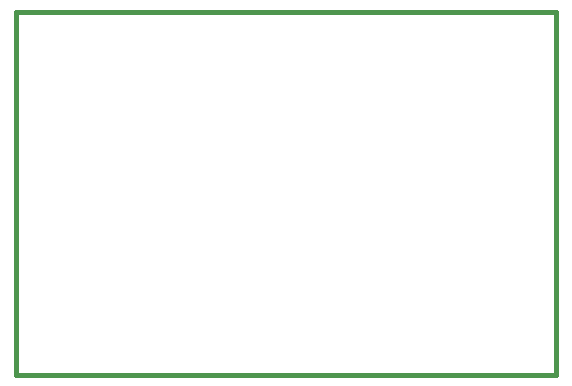
<source format=gbr>
G04 (created by PCBNEW (2011-nov-30)-testing) date Wed 12 Sep 2012 01:04:55 AM CST*
%MOIN*%
G04 Gerber Fmt 3.4, Leading zero omitted, Abs format*
%FSLAX34Y34*%
G01*
G70*
G90*
G04 APERTURE LIST*
%ADD10C,0.006*%
%ADD11C,0.015*%
G04 APERTURE END LIST*
G54D10*
G54D11*
X19500Y-16800D02*
X19500Y-28900D01*
X37500Y-16800D02*
X19500Y-16800D01*
X37500Y-28900D02*
X37500Y-16800D01*
X19500Y-28900D02*
X37500Y-28900D01*
M02*

</source>
